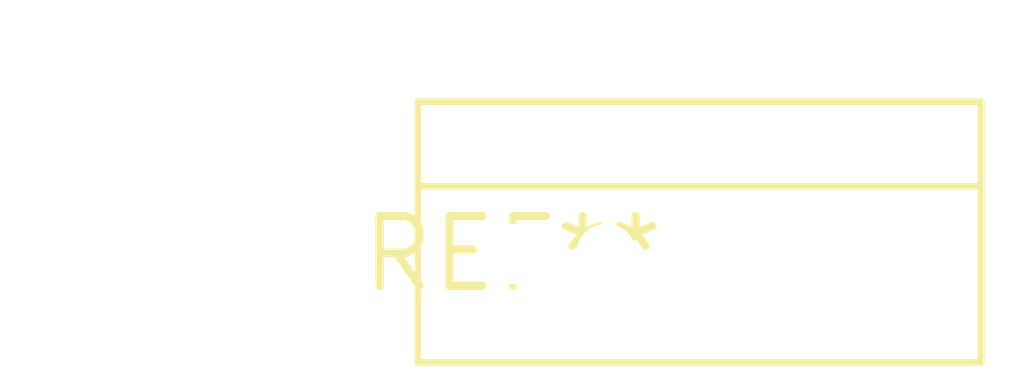
<source format=kicad_pcb>
(kicad_pcb (version 20240108) (generator pcbnew)
  (layers (0 "F.Cu" signal) (31 "B.Cu" signal) (34 "B.Paste" user) (35 "F.Paste" user) (36 "B.SilkS" user "B.Silkscreen") (37 "F.SilkS" user "F.Silkscreen") (38 "B.Mask" user) (39 "F.Mask" user) (44 "Edge.Cuts" user))
  (net 0 "")
  (footprint "TO-262-5_Vertical" (layer "F.Cu") (at 0 0)
    (property "Reference" "REF**")
    (property "Value" "TO-262-5_Vertical")
    (fp_line (start -1.721 -2.77) (end -1.721 1.971) (layer "F.SilkS") (stroke (width 0.12)))
    (fp_line (start -1.721 -2.77) (end 8.52 -2.77) (layer "F.SilkS") (stroke (width 0.12)))
    (fp_line (start -1.721 -1.23) (end 8.52 -1.23) (layer "F.SilkS") (stroke (width 0.12)))
    (fp_line (start -1.721 1.971) (end 8.52 1.971) (layer "F.SilkS") (stroke (width 0.12)))
    (fp_line (start 8.52 -2.77) (end 8.52 1.971) (layer "F.SilkS") (stroke (width 0.12)))
    (pad "1" thru_hole rect (at 0 0) (size 1.275 2) (drill 1.1) (layers *.Cu *.Mask) (remove_unused_layers))
    (pad "2" thru_hole oval (at 1.7 0) (size 1.275 2) (drill 1.1) (layers *.Cu *.Mask) (remove_unused_layers))
    (pad "3" thru_hole oval (at 3.4 0) (size 1.275 2) (drill 1.1) (layers *.Cu *.Mask) (remove_unused_layers))
    (pad "4" thru_hole oval (at 5.1 0) (size 1.275 2) (drill 1.1) (layers *.Cu *.Mask) (remove_unused_layers))
    (pad "5" thru_hole oval (at 6.8 0) (size 1.275 2) (drill 1.1) (layers *.Cu *.Mask) (remove_unused_layers))
  )
)
</source>
